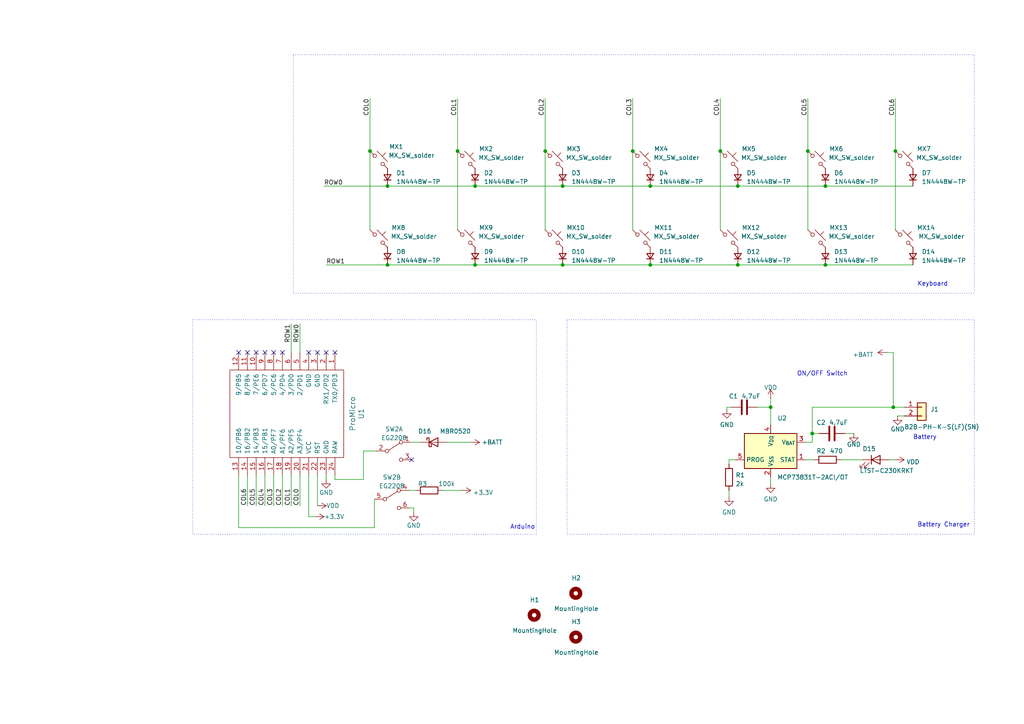
<source format=kicad_sch>
(kicad_sch (version 20230121) (generator eeschema)
  (paper "A4")
  (lib_symbols
    (symbol "Battery_Management:MCP73831-2-OT"
      (property "Reference" "U" (at -7.62 6.35 0))
      (property "Value" "MCP73831-2-OT" (at 1.27 6.35 0))
      (symbol "MCP73831-2-OT_0_1"
        (rectangle (start -7.62 5.08) (end 7.62 -5.08) (stroke (width 0.254)) (fill (type background)))
      )
      (symbol "MCP73831-2-OT_1_1"
        (pin output line (at 10.16 -2.54 180) (length 2.54) (name "STAT") (number "1"))
        (pin power_in line (at 0 -7.62 90) (length 2.54) (name "V_{SS}") (number "2"))
        (pin power_out line (at 10.16 2.54 180) (length 2.54) (name "V_{BAT}") (number "3"))
        (pin power_in line (at 0 7.62 270) (length 2.54) (name "V_{DD}") (number "4"))
        (pin input line (at -10.16 -2.54 0) (length 2.54) (name "PROG") (number "5"))
      )
    )
    (symbol "Connector_Generic:Conn_01x02" (pin_names (offset 1.016) hide)
      (property "Reference" "J" (at 0 2.54 0))
      (property "Value" "Conn_01x02" (at 0 -5.08 0))
      (symbol "Conn_01x02_1_1"
        (rectangle (start -1.27 -2.413) (end 0 -2.667) (stroke (width 0.1524)))
        (rectangle (start -1.27 0.127) (end 0 -0.127) (stroke (width 0.1524)))
        (rectangle (start -1.27 1.27) (end 1.27 -3.81) (stroke (width 0.254)) (fill (type background)))
        (pin passive line (at -5.08 0 0) (length 3.81) (name "Pin_1") (number "1"))
        (pin passive line (at -5.08 -2.54 0) (length 3.81) (name "Pin_2") (number "2"))
      )
    )
    (symbol "Device:C" (pin_numbers hide) (pin_names (offset 0.254))
      (property "Reference" "C" (at 0.635 2.54 0))
      (property "Value" "C" (at 0.635 -2.54 0))
      (symbol "C_0_1"
        (polyline (pts (xy -2.032 -0.762) (xy 2.032 -0.762)) (stroke (width 0.508)))
        (polyline (pts (xy -2.032 0.762) (xy 2.032 0.762)) (stroke (width 0.508)))
      )
      (symbol "C_1_1"
        (pin passive line (at 0 3.81 270) (length 2.794) (name "~") (number "1"))
        (pin passive line (at 0 -3.81 90) (length 2.794) (name "~") (number "2"))
      )
    )
    (symbol "Device:D_Small" (pin_numbers hide) (pin_names (offset 0.254) hide)
      (property "Reference" "D" (at -1.27 2.032 0))
      (property "Value" "D_Small" (at -3.81 -2.032 0))
      (symbol "D_Small_0_1"
        (polyline (pts (xy -0.762 -1.016) (xy -0.762 1.016)) (stroke (width 0.254)))
        (polyline (pts (xy -0.762 0) (xy 0.762 0)))
        (polyline (pts (xy 0.762 -1.016) (xy -0.762 0) (xy 0.762 1.016) (xy 0.762 -1.016)) (stroke (width 0.254)))
      )
      (symbol "D_Small_1_1"
        (pin passive line (at -2.54 0 0) (length 1.778) (name "K") (number "1"))
        (pin passive line (at 2.54 0 180) (length 1.778) (name "A") (number "2"))
      )
    )
    (symbol "Device:LED" (pin_numbers hide) (pin_names (offset 1.016) hide)
      (property "Reference" "D" (at 0 2.54 0))
      (property "Value" "LED" (at 0 -2.54 0))
      (symbol "LED_0_1"
        (polyline (pts (xy -1.27 -1.27) (xy -1.27 1.27)) (stroke (width 0.254)))
        (polyline (pts (xy -1.27 0) (xy 1.27 0)))
        (polyline (pts (xy 1.27 -1.27) (xy 1.27 1.27) (xy -1.27 0) (xy 1.27 -1.27)) (stroke (width 0.254)))
        (polyline (pts (xy -3.048 -0.762) (xy -4.572 -2.286) (xy -3.81 -2.286) (xy -4.572 -2.286) (xy -4.572 -1.524)))
        (polyline (pts (xy -1.778 -0.762) (xy -3.302 -2.286) (xy -2.54 -2.286) (xy -3.302 -2.286) (xy -3.302 -1.524)))
      )
      (symbol "LED_1_1"
        (pin passive line (at -3.81 0 0) (length 2.54) (name "K") (number "1"))
        (pin passive line (at 3.81 0 180) (length 2.54) (name "A") (number "2"))
      )
    )
    (symbol "Device:R" (pin_numbers hide) (pin_names (offset 0))
      (property "Reference" "R" (at 2.032 0 90))
      (property "Value" "R" (at 0 0 90))
      (symbol "R_0_1"
        (rectangle (start -1.016 -2.54) (end 1.016 2.54) (stroke (width 0.254)))
      )
      (symbol "R_1_1"
        (pin passive line (at 0 3.81 270) (length 1.27) (name "~") (number "1"))
        (pin passive line (at 0 -3.81 90) (length 1.27) (name "~") (number "2"))
      )
    )
    (symbol "Diode:MBR0520" (pin_numbers hide) (pin_names (offset 1.016) hide)
      (property "Reference" "D" (at 0 2.54 0))
      (property "Value" "MBR0520" (at 0 -2.54 0))
      (symbol "MBR0520_0_1"
        (polyline (pts (xy 1.27 0) (xy -1.27 0)))
        (polyline (pts (xy 1.27 1.27) (xy 1.27 -1.27) (xy -1.27 0) (xy 1.27 1.27)) (stroke (width 0.254)))
        (polyline (pts (xy -1.905 0.635) (xy -1.905 1.27) (xy -1.27 1.27) (xy -1.27 -1.27) (xy -0.635 -1.27) (xy -0.635 -0.635)) (stroke (width 0.254)))
      )
      (symbol "MBR0520_1_1"
        (pin passive line (at -3.81 0 0) (length 2.54) (name "K") (number "1"))
        (pin passive line (at 3.81 0 180) (length 2.54) (name "A") (number "2"))
      )
    )
    (symbol "Keebio:ProMicro" (pin_names (offset 1.016))
      (property "Reference" "U" (at 0 0 0))
      (property "Value" "ProMicro" (at 0 -19.05 0))
      (symbol "ProMicro_0_1"
        (rectangle (start -12.7 -16.51) (end 12.7 16.51))
      )
      (symbol "ProMicro_1_1"
        (pin input line (at -17.78 13.97 0) (length 5.08) (name "TX0/PD3") (number "1"))
        (pin input line (at -17.78 -8.89 0) (length 5.08) (name "7/PE6") (number "10"))
        (pin input line (at -17.78 -11.43 0) (length 5.08) (name "8/PB4") (number "11"))
        (pin input line (at -17.78 -13.97 0) (length 5.08) (name "9/PB5") (number "12"))
        (pin input line (at 17.78 -13.97 180) (length 5.08) (name "10/PB6") (number "13"))
        (pin input line (at 17.78 -11.43 180) (length 5.08) (name "16/PB2") (number "14"))
        (pin input line (at 17.78 -8.89 180) (length 5.08) (name "14/PB3") (number "15"))
        (pin input line (at 17.78 -6.35 180) (length 5.08) (name "15/PB1") (number "16"))
        (pin input line (at 17.78 -3.81 180) (length 5.08) (name "A0/PF7") (number "17"))
        (pin input line (at 17.78 -1.27 180) (length 5.08) (name "A1/PF6") (number "18"))
        (pin input line (at 17.78 1.27 180) (length 5.08) (name "A2/PF5") (number "19"))
        (pin input line (at -17.78 11.43 0) (length 5.08) (name "RX1/PD2") (number "2"))
        (pin input line (at 17.78 3.81 180) (length 5.08) (name "A3/PF4") (number "20"))
        (pin input line (at 17.78 6.35 180) (length 5.08) (name "VCC") (number "21"))
        (pin input line (at 17.78 8.89 180) (length 5.08) (name "RST") (number "22"))
        (pin input line (at 17.78 11.43 180) (length 5.08) (name "GND") (number "23"))
        (pin input line (at 17.78 13.97 180) (length 5.08) (name "RAW") (number "24"))
        (pin input line (at -17.78 8.89 0) (length 5.08) (name "GND") (number "3"))
        (pin input line (at -17.78 6.35 0) (length 5.08) (name "GND") (number "4"))
        (pin input line (at -17.78 3.81 0) (length 5.08) (name "2/PD1") (number "5"))
        (pin input line (at -17.78 1.27 0) (length 5.08) (name "3/PD0") (number "6"))
        (pin input line (at -17.78 -1.27 0) (length 5.08) (name "4/PD4") (number "7"))
        (pin input line (at -17.78 -3.81 0) (length 5.08) (name "5/PC6") (number "8"))
        (pin input line (at -17.78 -6.35 0) (length 5.08) (name "6/PD7") (number "9"))
      )
    )
    (symbol "Mechanical:MountingHole" (pin_names (offset 1.016))
      (property "Reference" "H" (at 0 5.08 0))
      (property "Value" "MountingHole" (at 0 3.175 0))
      (symbol "MountingHole_0_1"
        (circle (center 0 0) (radius 1.27) (stroke (width 1.27)))
      )
    )
    (symbol "PCM_marbastlib-mx:MX_SW_solder" (pin_numbers hide) (pin_names (offset 1.016) hide)
      (property "Reference" "MX" (at 3.048 1.016 0))
      (property "Value" "MX_SW_solder" (at 0 -3.81 0))
      (symbol "MX_SW_solder_0_1"
        (circle (center -1.1684 1.1684) (radius 0.508))
        (polyline (pts (xy -0.508 2.54) (xy 2.54 -0.508)))
        (polyline (pts (xy 1.016 1.016) (xy 2.032 2.032)))
        (polyline (pts (xy -2.54 2.54) (xy -1.524 1.524) (xy -1.524 1.524)))
        (polyline (pts (xy 1.524 -1.524) (xy 2.54 -2.54) (xy 2.54 -2.54) (xy 2.54 -2.54)))
        (circle (center 1.143 -1.1938) (radius 0.508))
        (pin passive line (at -2.54 2.54 0) (length 0) (name "1") (number "1"))
        (pin passive line (at 2.54 -2.54 180) (length 0) (name "2") (number "2"))
      )
    )
    (symbol "Switch:SW_DPDT_x2" (pin_names (offset 0) hide)
      (property "Reference" "SW" (at 0 4.318 0))
      (property "Value" "SW_DPDT_x2" (at 0 -5.08 0))
      (symbol "SW_DPDT_x2_0_0"
        (circle (center -2.032 0) (radius 0.508))
        (circle (center 2.032 -2.54) (radius 0.508))
      )
      (symbol "SW_DPDT_x2_0_1"
        (polyline (pts (xy -1.524 0.254) (xy 1.651 2.286)))
        (circle (center 2.032 2.54) (radius 0.508))
      )
      (symbol "SW_DPDT_x2_1_1"
        (pin passive line (at 5.08 2.54 180) (length 2.54) (name "A") (number "1"))
        (pin passive line (at -5.08 0 0) (length 2.54) (name "B") (number "2"))
        (pin passive line (at 5.08 -2.54 180) (length 2.54) (name "C") (number "3"))
      )
      (symbol "SW_DPDT_x2_2_1"
        (pin passive line (at 5.08 2.54 180) (length 2.54) (name "A") (number "4"))
        (pin passive line (at -5.08 0 0) (length 2.54) (name "B") (number "5"))
        (pin passive line (at 5.08 -2.54 180) (length 2.54) (name "C") (number "6"))
      )
    )
    (symbol "power:+3.3V" (power) (pin_names (offset 0))
      (property "Value" "+3.3V" (at 0 3.556 0))
      (symbol "+3.3V_0_1"
        (polyline (pts (xy -0.762 1.27) (xy 0 2.54)))
        (polyline (pts (xy 0 0) (xy 0 2.54)))
        (polyline (pts (xy 0 2.54) (xy 0.762 1.27)))
      )
      (symbol "+3.3V_1_1"
        (pin power_in line (at 0 0 90) (length 0) hide (name "+3.3V") (number "1"))
      )
    )
    (symbol "power:+BATT" (power) (pin_names (offset 0))
      (property "Value" "+BATT" (at 0 3.556 0))
      (symbol "+BATT_0_1"
        (polyline (pts (xy -0.762 1.27) (xy 0 2.54)))
        (polyline (pts (xy 0 0) (xy 0 2.54)))
        (polyline (pts (xy 0 2.54) (xy 0.762 1.27)))
      )
      (symbol "+BATT_1_1"
        (pin power_in line (at 0 0 90) (length 0) hide (name "+BATT") (number "1"))
      )
    )
    (symbol "power:GND" (power) (pin_names (offset 0))
      (property "Value" "GND" (at 0 -3.81 0))
      (symbol "GND_0_1"
        (polyline (pts (xy 0 0) (xy 0 -1.27) (xy 1.27 -1.27) (xy 0 -2.54) (xy -1.27 -1.27) (xy 0 -1.27)))
      )
      (symbol "GND_1_1"
        (pin power_in line (at 0 0 270) (length 0) hide (name "GND") (number "1"))
      )
    )
    (symbol "power:VDD" (power) (pin_names (offset 0))
      (property "Value" "VDD" (at 0 3.81 0))
      (symbol "VDD_0_1"
        (polyline (pts (xy -0.762 1.27) (xy 0 2.54)))
        (polyline (pts (xy 0 0) (xy 0 2.54)))
        (polyline (pts (xy 0 2.54) (xy 0.762 1.27)))
      )
      (symbol "VDD_1_1"
        (pin power_in line (at 0 0 90) (length 0) hide (name "VDD") (number "1"))
      )
    )
  )
  (junction (at 223.52 118.11))
  (junction (at 208.915 43.815))
  (junction (at 158.115 43.815))
  (junction (at 183.515 43.815))
  (junction (at 234.315 43.815))
  (junction (at 163.195 76.835))
  (junction (at 239.395 76.835))
  (junction (at 163.195 53.975))
  (junction (at 235.585 125.73))
  (junction (at 107.315 43.815))
  (junction (at 112.395 76.835))
  (junction (at 259.08 118.11))
  (junction (at 239.395 53.975))
  (junction (at 137.795 53.975))
  (junction (at 132.715 43.815))
  (junction (at 213.995 76.835))
  (junction (at 137.795 76.835))
  (junction (at 188.595 53.975))
  (junction (at 188.595 76.835))
  (junction (at 259.715 43.815))
  (junction (at 112.395 53.975))
  (junction (at 213.995 53.975))
  (no_connect (at 92.075 102.235))
  (no_connect (at 71.755 102.235))
  (no_connect (at 94.615 102.235))
  (no_connect (at 81.915 102.235))
  (no_connect (at 79.375 102.235))
  (no_connect (at 119.38 133.35))
  (no_connect (at 69.215 102.235))
  (no_connect (at 76.835 102.235))
  (no_connect (at 97.155 102.235))
  (no_connect (at 74.295 102.235))
  (no_connect (at 89.535 102.235))
  (wire (pts (xy 213.995 53.975) (xy 239.395 53.975)))
  (wire (pts (xy 107.315 43.815) (xy 107.315 66.675)))
  (wire (pts (xy 211.455 142.24) (xy 211.455 144.145)))
  (wire (pts (xy 91.44 149.86) (xy 89.535 149.86)))
  (wire (pts (xy 245.11 125.73) (xy 247.65 125.73)))
  (wire (pts (xy 97.155 139.065) (xy 105.41 139.065)))
  (wire (pts (xy 250.19 133.35) (xy 243.84 133.35)))
  (wire (pts (xy 94.615 137.795) (xy 94.615 139.065)))
  (wire (pts (xy 183.515 28.575) (xy 183.515 43.815)))
  (wire (pts (xy 259.08 102.235) (xy 257.175 102.235)))
  (wire (pts (xy 89.535 149.86) (xy 89.535 137.795)))
  (wire (pts (xy 112.395 76.835) (xy 137.795 76.835)))
  (wire (pts (xy 260.35 120.65) (xy 262.255 120.65)))
  (wire (pts (xy 71.755 137.795) (xy 71.755 146.685)))
  (wire (pts (xy 210.82 118.11) (xy 212.09 118.11)))
  (wire (pts (xy 136.525 128.27) (xy 129.54 128.27)))
  (wire (pts (xy 121.92 128.27) (xy 119.38 128.27)))
  (wire (pts (xy 97.155 139.065) (xy 97.155 137.795)))
  (wire (pts (xy 219.71 118.11) (xy 223.52 118.11)))
  (wire (pts (xy 259.715 133.35) (xy 257.81 133.35)))
  (wire (pts (xy 105.41 130.81) (xy 109.22 130.81)))
  (wire (pts (xy 208.915 43.815) (xy 208.915 66.675)))
  (wire (pts (xy 132.715 28.575) (xy 132.715 43.815)))
  (wire (pts (xy 84.455 137.795) (xy 84.455 146.685)))
  (wire (pts (xy 105.41 139.065) (xy 105.41 130.81)))
  (wire (pts (xy 92.075 137.795) (xy 92.075 146.685)))
  (wire (pts (xy 211.455 133.35) (xy 213.36 133.35)))
  (wire (pts (xy 118.745 147.32) (xy 120.015 147.32)))
  (wire (pts (xy 137.795 76.835) (xy 163.195 76.835)))
  (wire (pts (xy 163.195 76.835) (xy 188.595 76.835)))
  (wire (pts (xy 234.315 43.815) (xy 234.315 66.675)))
  (wire (pts (xy 137.795 53.975) (xy 163.195 53.975)))
  (wire (pts (xy 133.985 142.24) (xy 128.27 142.24)))
  (wire (pts (xy 108.585 153.035) (xy 108.585 144.78)))
  (wire (pts (xy 188.595 76.835) (xy 213.995 76.835)))
  (wire (pts (xy 158.115 43.815) (xy 158.115 66.675)))
  (wire (pts (xy 208.915 28.575) (xy 208.915 43.815)))
  (wire (pts (xy 183.515 43.815) (xy 183.515 66.675)))
  (wire (pts (xy 234.315 28.575) (xy 234.315 43.815)))
  (wire (pts (xy 79.375 137.795) (xy 79.375 146.685)))
  (wire (pts (xy 259.715 28.575) (xy 259.715 43.815)))
  (wire (pts (xy 84.455 93.98) (xy 84.455 102.235)))
  (wire (pts (xy 235.585 125.73) (xy 237.49 125.73)))
  (wire (pts (xy 233.68 128.27) (xy 235.585 128.27)))
  (wire (pts (xy 210.82 118.745) (xy 210.82 118.11)))
  (wire (pts (xy 94.615 76.835) (xy 112.395 76.835)))
  (wire (pts (xy 76.835 137.795) (xy 76.835 146.685)))
  (wire (pts (xy 235.585 118.11) (xy 235.585 125.73)))
  (wire (pts (xy 81.915 137.795) (xy 81.915 146.685)))
  (wire (pts (xy 211.455 134.62) (xy 211.455 133.35)))
  (wire (pts (xy 235.585 118.11) (xy 259.08 118.11)))
  (wire (pts (xy 235.585 128.27) (xy 235.585 125.73)))
  (wire (pts (xy 86.995 137.795) (xy 86.995 146.685)))
  (wire (pts (xy 74.295 137.795) (xy 74.295 146.685)))
  (wire (pts (xy 259.715 43.815) (xy 259.715 66.675)))
  (wire (pts (xy 259.08 118.11) (xy 262.255 118.11)))
  (wire (pts (xy 112.395 53.975) (xy 137.795 53.975)))
  (wire (pts (xy 132.715 43.815) (xy 132.715 66.675)))
  (wire (pts (xy 239.395 76.835) (xy 264.795 76.835)))
  (wire (pts (xy 236.22 133.35) (xy 233.68 133.35)))
  (wire (pts (xy 107.315 28.575) (xy 107.315 43.815)))
  (wire (pts (xy 69.215 153.035) (xy 108.585 153.035)))
  (wire (pts (xy 120.015 147.32) (xy 120.015 148.59)))
  (wire (pts (xy 213.995 76.835) (xy 239.395 76.835)))
  (wire (pts (xy 223.52 118.11) (xy 223.52 123.19)))
  (wire (pts (xy 223.52 115.57) (xy 223.52 118.11)))
  (wire (pts (xy 239.395 53.975) (xy 264.795 53.975)))
  (wire (pts (xy 69.215 137.795) (xy 69.215 153.035)))
  (wire (pts (xy 188.595 53.975) (xy 213.995 53.975)))
  (wire (pts (xy 93.98 53.975) (xy 112.395 53.975)))
  (wire (pts (xy 259.08 102.235) (xy 259.08 118.11)))
  (wire (pts (xy 163.195 53.975) (xy 188.595 53.975)))
  (wire (pts (xy 118.745 142.24) (xy 120.65 142.24)))
  (wire (pts (xy 158.115 28.575) (xy 158.115 43.815)))
  (wire (pts (xy 223.52 140.335) (xy 223.52 138.43)))
  (wire (pts (xy 86.995 93.98) (xy 86.995 102.235)))
  (rectangle (start 85.09 15.875) (end 282.575 85.09) (stroke (width 0) (type dot)))
  (rectangle (start 164.465 92.71) (end 282.575 154.94) (stroke (width 0) (type dot)))
  (rectangle (start 55.88 92.71) (end 155.575 154.94) (stroke (width 0) (type dot)))
  (text "Battery" (at 264.795 127.635 0) (effects (font (size 1.27 1.27)) (justify left bottom)))
  (text "Keyboard" (at 266.065 83.185 0) (effects (font (size 1.27 1.27)) (justify left bottom)))
  (text "Battery Charger" (at 266.065 153.035 0) (effects (font (size 1.27 1.27)) (justify left bottom)))
  (text "Arduino" (at 147.955 153.67 0) (effects (font (size 1.27 1.27)) (justify left bottom)))
  (text "ON/OFF Switch" (at 231.14 109.22 0) (effects (font (size 1.27 1.27)) (justify left bottom)))
  (label "COL1" (at 132.715 28.575 270))
  (label "COL0" (at 107.315 28.575 270))
  (label "COL2" (at 81.915 146.685 90))
  (label "ROW1" (at 84.455 93.98 270))
  (label "COL3" (at 183.515 28.575 270))
  (label "COL2" (at 158.115 28.575 270))
  (label "COL3" (at 79.375 146.685 90))
  (label "COL5" (at 74.295 146.685 90))
  (label "COL1" (at 84.455 146.685 90))
  (label "ROW0" (at 86.995 93.98 270))
  (label "COL5" (at 234.315 28.575 270))
  (label "COL6" (at 71.755 146.685 90))
  (label "COL0" (at 86.995 146.685 90))
  (label "ROW0" (at 93.98 53.975 0))
  (label "COL4" (at 76.835 146.685 90))
  (label "COL4" (at 208.915 28.575 270))
  (label "ROW1" (at 94.615 76.835 0))
  (label "COL6" (at 259.715 28.575 270))
  (symbol (lib_id "Battery_Management:MCP73831-2-OT") (at 223.52 130.81 0) (unit 1)
    (property "Reference" "U2" (at 225.4759 121.285 0) (effects (justify left)))
    (property "Value" "MCP73831T-2ACI/OT" (at 225.425 138.43 0) (effects (justify left)))
    (property "Footprint" "Package_TO_SOT_SMD:SOT-23-5" (effects hide))
    (property "Datasheet" "http://ww1.microchip.com/downloads/en/DeviceDoc/20001984g.pdf" (effects hide))
    (property "Digikey PN" "MCP73831T-2ACI/OTCT-ND" (effects hide))
    (property "PN" "MCP73831T-2ACI/OT" (effects hide))
    (property "MPN" "MCP73831T-2ACI/OT" (effects hide))
  )
  (symbol (lib_id "Device:C") (at 215.9 118.11 90) (unit 1)
    (property "Reference" "C1" (at 212.725 114.935 90))
    (property "Value" "4.7uF" (at 217.805 114.935 90))
    (property "Footprint" "Capacitor_SMD:C_0805_2012Metric" (effects hide))
    (property "Digikey PN" "311-1371-1-ND" (effects hide))
    (property "PN" "CC0805ZRY5V6BB475" (effects hide))
    (property "MPN" "CC0805ZRY5V6BB475" (effects hide))
  )
  (symbol (lib_id "Device:D_Small") (at 188.595 51.435 90) (unit 1)
    (property "Reference" "D4" (at 191.135 50.165 90) (effects (justify right)))
    (property "Value" "1N4448W-TP" (at 191.135 52.705 90) (effects (justify right)))
    (property "Footprint" "Diode_SMD:D_SOD-123" (effects hide))
    (property "Sim.Device" "D" (effects hide))
    (property "Sim.Pins" "1=K 2=A" (effects hide))
    (property "Digikey PN" "1N4448WTPMSCT-ND" (effects hide))
    (property "PN" "1N4448W-TP" (effects hide))
    (property "MPN" "1N4448W-TP" (effects hide))
  )
  (symbol (lib_id "PCM_marbastlib-mx:MX_SW_solder") (at 236.855 46.355 0) (unit 1)
    (property "Reference" "MX6" (at 242.57 43.18 0))
    (property "Value" "MX_SW_solder" (at 247.015 45.72 0))
    (property "Footprint" "Hitbox_PCB:Kailh_socket_MX_optional" (effects hide))
  )
  (symbol (lib_id "power:+BATT") (at 257.175 102.235 90) (unit 1)
    (property "Reference" "#PWR02" (effects hide))
    (property "Value" "+BATT" (at 253.365 102.87 90) (effects (justify left)))
  )
  (symbol (lib_id "PCM_marbastlib-mx:MX_SW_solder") (at 211.455 46.355 0) (unit 1)
    (property "Reference" "MX5" (at 217.17 43.18 0))
    (property "Value" "MX_SW_solder" (at 221.615 45.72 0))
    (property "Footprint" "Hitbox_PCB:Kailh_socket_MX_optional" (effects hide))
  )
  (symbol (lib_id "Keebio:ProMicro") (at 83.185 120.015 270) (unit 1)
    (property "Reference" "U1" (at 104.775 120.015 0) (effects (font (size 1.524 1.524))))
    (property "Value" "ProMicro" (at 102.235 120.015 0) (effects (font (size 1.524 1.524))))
    (property "Footprint" "Keebio:ArduinoProMicro" (effects hide))
  )
  (symbol (lib_id "PCM_marbastlib-mx:MX_SW_solder") (at 262.255 69.215 0) (unit 1)
    (property "Reference" "MX14" (at 268.605 66.04 0))
    (property "Value" "MX_SW_solder" (at 273.05 68.58 0))
    (property "Footprint" "Hitbox_PCB:Kailh_socket_MX_optional" (effects hide))
  )
  (symbol (lib_id "Device:R") (at 240.03 133.35 90) (unit 1)
    (property "Reference" "R2" (at 238.125 130.81 90))
    (property "Value" "470" (at 242.57 130.81 90))
    (property "Footprint" "Resistor_SMD:R_0805_2012Metric" (effects hide))
    (property "Digikey PN" "311-470ARCT-ND" (effects hide))
    (property "PN" "RC0805JR-07470RL" (effects hide))
    (property "MPN" "RC0805JR-07470RL" (effects hide))
  )
  (symbol (lib_id "PCM_marbastlib-mx:MX_SW_solder") (at 109.855 46.355 0) (unit 1)
    (property "Reference" "MX1" (at 114.935 42.545 0))
    (property "Value" "MX_SW_solder" (at 119.38 45.085 0))
    (property "Footprint" "Hitbox_PCB:Kailh_socket_MX_optional" (effects hide))
  )
  (symbol (lib_id "Device:D_Small") (at 264.795 74.295 90) (unit 1)
    (property "Reference" "D14" (at 267.335 73.025 90) (effects (justify right)))
    (property "Value" "1N4448W-TP" (at 267.335 75.565 90) (effects (justify right)))
    (property "Footprint" "Diode_SMD:D_SOD-123" (effects hide))
    (property "Sim.Device" "D" (effects hide))
    (property "Sim.Pins" "1=K 2=A" (effects hide))
    (property "Digikey PN" "1N4448WTPMSCT-ND" (effects hide))
    (property "PN" "1N4448W-TP" (effects hide))
    (property "MPN" "1N4448W-TP" (effects hide))
  )
  (symbol (lib_id "Device:R") (at 124.46 142.24 90) (unit 1)
    (property "Reference" "R3" (at 122.555 140.335 90))
    (property "Value" "100k" (at 129.54 140.335 90))
    (property "Footprint" "Resistor_SMD:R_0805_2012Metric" (effects hide))
    (property "Digikey PN" "311-100KARCT-ND" (effects hide))
    (property "PN" "RC0805JR-07100KL" (effects hide))
    (property "MPN" "RC0805JR-07100KL" (effects hide))
  )
  (symbol (lib_id "PCM_marbastlib-mx:MX_SW_solder") (at 262.255 46.355 0) (unit 1)
    (property "Reference" "MX7" (at 267.97 43.18 0))
    (property "Value" "MX_SW_solder" (at 272.415 45.72 0))
    (property "Footprint" "Hitbox_PCB:Kailh_socket_MX_optional" (effects hide))
  )
  (symbol (lib_id "Switch:SW_DPDT_x2") (at 114.3 130.81 0) (unit 1)
    (property "Reference" "SW2" (at 114.3 124.46 0))
    (property "Value" "EG2208" (at 114.3 127 0))
    (property "Footprint" "Hitbox_PCB:SW_EG2208" (effects hide))
  )
  (symbol (lib_id "Switch:SW_DPDT_x2") (at 113.665 144.78 0) (unit 2)
    (property "Reference" "SW2" (at 113.665 138.43 0))
    (property "Value" "EG2208" (at 113.665 140.97 0))
    (property "Footprint" "Hitbox_PCB:SW_EG2208" (effects hide))
  )
  (symbol (lib_id "power:GND") (at 211.455 144.145 0) (unit 1)
    (property "Reference" "#PWR04" (effects hide))
    (property "Value" "GND" (at 211.455 148.59 0))
  )
  (symbol (lib_id "Device:D_Small") (at 188.595 74.295 90) (unit 1)
    (property "Reference" "D11" (at 191.135 73.025 90) (effects (justify right)))
    (property "Value" "1N4448W-TP" (at 191.135 75.565 90) (effects (justify right)))
    (property "Footprint" "Diode_SMD:D_SOD-123" (effects hide))
    (property "Sim.Device" "D" (effects hide))
    (property "Sim.Pins" "1=K 2=A" (effects hide))
    (property "Digikey PN" "1N4448WTPMSCT-ND" (effects hide))
    (property "PN" "1N4448W-TP" (effects hide))
    (property "MPN" "1N4448W-TP" (effects hide))
  )
  (symbol (lib_id "Device:D_Small") (at 163.195 74.295 90) (unit 1)
    (property "Reference" "D10" (at 165.735 73.025 90) (effects (justify right)))
    (property "Value" "1N4448W-TP" (at 165.735 75.565 90) (effects (justify right)))
    (property "Footprint" "Diode_SMD:D_SOD-123" (effects hide))
    (property "Sim.Device" "D" (effects hide))
    (property "Sim.Pins" "1=K 2=A" (effects hide))
    (property "Digikey PN" "1N4448WTPMSCT-ND" (effects hide))
    (property "PN" "1N4448W-TP" (effects hide))
    (property "MPN" "1N4448W-TP" (effects hide))
  )
  (symbol (lib_id "Device:C") (at 241.3 125.73 90) (unit 1)
    (property "Reference" "C2" (at 238.125 122.555 90))
    (property "Value" "4.7uF" (at 243.205 122.555 90))
    (property "Footprint" "Capacitor_SMD:C_0805_2012Metric" (effects hide))
    (property "Digikey PN" "311-1371-1-ND" (effects hide))
    (property "PN" "CC0805ZRY5V6BB475" (effects hide))
    (property "MPN" "CC0805ZRY5V6BB475" (effects hide))
  )
  (symbol (lib_id "Device:D_Small") (at 163.195 51.435 90) (unit 1)
    (property "Reference" "D3" (at 165.735 50.165 90) (effects (justify right)))
    (property "Value" "1N4448W-TP" (at 165.735 52.705 90) (effects (justify right)))
    (property "Footprint" "Diode_SMD:D_SOD-123" (effects hide))
    (property "Sim.Device" "D" (effects hide))
    (property "Sim.Pins" "1=K 2=A" (effects hide))
    (property "Digikey PN" "1N4448WTPMSCT-ND" (effects hide))
    (property "PN" "1N4448W-TP" (effects hide))
    (property "MPN" "1N4448W-TP" (effects hide))
  )
  (symbol (lib_id "PCM_marbastlib-mx:MX_SW_solder") (at 160.655 69.215 0) (unit 1)
    (property "Reference" "MX10" (at 167.005 66.04 0))
    (property "Value" "MX_SW_solder" (at 170.815 68.58 0))
    (property "Footprint" "Hitbox_PCB:Kailh_socket_MX_optional" (effects hide))
  )
  (symbol (lib_id "Device:D_Small") (at 112.395 74.295 90) (unit 1)
    (property "Reference" "D8" (at 114.935 73.025 90) (effects (justify right)))
    (property "Value" "1N4448W-TP" (at 114.935 75.565 90) (effects (justify right)))
    (property "Footprint" "Diode_SMD:D_SOD-123" (effects hide))
    (property "Sim.Device" "D" (effects hide))
    (property "Sim.Pins" "1=K 2=A" (effects hide))
    (property "Digikey PN" "1N4448WTPMSCT-ND" (effects hide))
    (property "MPN" "1N4448W-TP" (effects hide))
    (property "PN" "1N4448W-TP" (effects hide))
  )
  (symbol (lib_id "Mechanical:MountingHole") (at 167.005 184.785 0) (unit 1)
    (property "Reference" "H3" (at 165.735 180.34 0) (effects (justify left)))
    (property "Value" "MountingHole" (at 160.655 189.23 0) (effects (justify left)))
    (property "Footprint" "MountingHole:MountingHole_4.3mm_M4" (effects hide))
  )
  (symbol (lib_id "PCM_marbastlib-mx:MX_SW_solder") (at 135.255 69.215 0) (unit 1)
    (property "Reference" "MX9" (at 140.97 66.04 0))
    (property "Value" "MX_SW_solder" (at 145.415 68.58 0))
    (property "Footprint" "Hitbox_PCB:Kailh_socket_MX_optional" (effects hide))
  )
  (symbol (lib_id "power:GND") (at 120.015 148.59 0) (unit 1)
    (property "Reference" "#PWR011" (effects hide))
    (property "Value" "GND" (at 120.015 152.4 0))
  )
  (symbol (lib_id "Device:R") (at 211.455 138.43 0) (unit 1)
    (property "Reference" "R1" (at 213.36 137.795 0) (effects (justify left)))
    (property "Value" "2k" (at 213.36 140.335 0) (effects (justify left)))
    (property "Footprint" "Resistor_SMD:R_0805_2012Metric" (effects hide))
    (property "Digikey PN" "311-2.0KARCT-ND" (effects hide))
    (property "PN" "RC0805JR-072KL" (effects hide))
    (property "MPN" "RC0805JR-072KL" (effects hide))
  )
  (symbol (lib_id "power:GND") (at 247.65 125.73 0) (unit 1)
    (property "Reference" "#PWR07" (effects hide))
    (property "Value" "GND" (at 247.65 128.905 0))
  )
  (symbol (lib_id "PCM_marbastlib-mx:MX_SW_solder") (at 211.455 69.215 0) (unit 1)
    (property "Reference" "MX12" (at 217.805 66.04 0))
    (property "Value" "MX_SW_solder" (at 221.615 68.58 0))
    (property "Footprint" "Hitbox_PCB:Kailh_socket_MX_optional" (effects hide))
  )
  (symbol (lib_id "power:GND") (at 210.82 118.745 0) (unit 1)
    (property "Reference" "#PWR06" (effects hide))
    (property "Value" "GND" (at 210.82 123.19 0))
  )
  (symbol (lib_id "PCM_marbastlib-mx:MX_SW_solder") (at 236.855 69.215 0) (unit 1)
    (property "Reference" "MX13" (at 243.205 66.04 0))
    (property "Value" "MX_SW_solder" (at 247.015 68.58 0))
    (property "Footprint" "Hitbox_PCB:Kailh_socket_MX_optional" (effects hide))
  )
  (symbol (lib_id "Device:D_Small") (at 213.995 51.435 90) (unit 1)
    (property "Reference" "D5" (at 216.535 50.165 90) (effects (justify right)))
    (property "Value" "1N4448W-TP" (at 216.535 52.705 90) (effects (justify right)))
    (property "Footprint" "Diode_SMD:D_SOD-123" (effects hide))
    (property "Sim.Device" "D" (effects hide))
    (property "Sim.Pins" "1=K 2=A" (effects hide))
    (property "Digikey PN" "1N4448WTPMSCT-ND" (effects hide))
    (property "PN" "1N4448W-TP" (effects hide))
    (property "MPN" "1N4448W-TP" (effects hide))
  )
  (symbol (lib_id "PCM_marbastlib-mx:MX_SW_solder") (at 160.655 46.355 0) (unit 1)
    (property "Reference" "MX3" (at 166.37 43.18 0))
    (property "Value" "MX_SW_solder" (at 170.815 45.72 0))
    (property "Footprint" "Hitbox_PCB:Kailh_socket_MX_optional" (effects hide))
  )
  (symbol (lib_id "power:VDD") (at 223.52 115.57 0) (unit 1)
    (property "Reference" "#PWR05" (effects hide))
    (property "Value" "VDD" (at 223.52 112.395 0))
  )
  (symbol (lib_id "power:+3.3V") (at 91.44 149.86 270) (unit 1)
    (property "Reference" "#PWR013" (effects hide))
    (property "Value" "+3.3V" (at 93.98 149.86 90) (effects (justify left)))
  )
  (symbol (lib_id "Device:D_Small") (at 213.995 74.295 90) (unit 1)
    (property "Reference" "D12" (at 216.535 73.025 90) (effects (justify right)))
    (property "Value" "1N4448W-TP" (at 216.535 75.565 90) (effects (justify right)))
    (property "Footprint" "Diode_SMD:D_SOD-123" (effects hide))
    (property "Sim.Device" "D" (effects hide))
    (property "Sim.Pins" "1=K 2=A" (effects hide))
    (property "Digikey PN" "1N4448WTPMSCT-ND" (effects hide))
    (property "PN" "1N4448W-TP" (effects hide))
    (property "MPN" "1N4448W-TP" (effects hide))
  )
  (symbol (lib_id "power:VDD") (at 92.075 146.685 270) (unit 1)
    (property "Reference" "#PWR014" (effects hide))
    (property "Value" "VDD" (at 94.615 146.685 90) (effects (justify left)))
  )
  (symbol (lib_id "Device:D_Small") (at 137.795 74.295 90) (unit 1)
    (property "Reference" "D9" (at 140.335 73.025 90) (effects (justify right)))
    (property "Value" "1N4448W-TP" (at 140.335 75.565 90) (effects (justify right)))
    (property "Footprint" "Diode_SMD:D_SOD-123" (effects hide))
    (property "Sim.Device" "D" (effects hide))
    (property "Sim.Pins" "1=K 2=A" (effects hide))
    (property "Digikey PN" "1N4448WTPMSCT-ND" (effects hide))
    (property "PN" "1N4448W-TP" (effects hide))
    (property "MPN" "1N4448W-TP" (effects hide))
  )
  (symbol (lib_id "Device:D_Small") (at 112.395 51.435 90) (unit 1)
    (property "Reference" "D1" (at 114.935 50.165 90) (effects (justify right)))
    (property "Value" "1N4448W-TP" (at 114.935 52.705 90) (effects (justify right)))
    (property "Footprint" "Diode_SMD:D_SOD-123" (effects hide))
    (property "Sim.Device" "D" (effects hide))
    (property "Sim.Pins" "1=K 2=A" (effects hide))
    (property "Digikey PN" "1N4448WTPMSCT-ND" (effects hide))
    (property "PN" "1N4448W-TP" (effects hide))
    (property "MPN" "1N4448W-TP" (effects hide))
  )
  (symbol (lib_id "power:+BATT") (at 136.525 128.27 270) (unit 1)
    (property "Reference" "#PWR09" (effects hide))
    (property "Value" "+BATT" (at 139.7 128.27 90) (effects (justify left)))
  )
  (symbol (lib_id "power:+3.3V") (at 133.985 142.24 270) (unit 1)
    (property "Reference" "#PWR010" (effects hide))
    (property "Value" "+3.3V" (at 137.16 142.875 90) (effects (justify left)))
  )
  (symbol (lib_id "Device:LED") (at 254 133.35 0) (unit 1)
    (property "Reference" "D15" (at 252.095 130.175 0))
    (property "Value" "LTST-C230KRKT" (at 257.175 136.525 0))
    (property "Footprint" "LED_SMD:LED_1206_3216Metric" (effects hide))
    (property "Digikey PN" "160-1457-1-ND" (effects hide))
    (property "PN" "LTST-C230KRKT" (effects hide))
    (property "MPN" "LTST-C230KRKT" (effects hide))
  )
  (symbol (lib_id "Device:D_Small") (at 137.795 51.435 90) (unit 1)
    (property "Reference" "D2" (at 140.335 50.165 90) (effects (justify right)))
    (property "Value" "1N4448W-TP" (at 140.335 52.705 90) (effects (justify right)))
    (property "Footprint" "Diode_SMD:D_SOD-123" (effects hide))
    (property "Sim.Device" "D" (effects hide))
    (property "Sim.Pins" "1=K 2=A" (effects hide))
    (property "Digikey PN" "1N4448WTPMSCT-ND" (effects hide))
    (property "PN" "1N4448W-TP" (effects hide))
    (property "MPN" "1N4448W-TP" (effects hide))
  )
  (symbol (lib_id "PCM_marbastlib-mx:MX_SW_solder") (at 135.255 46.355 0) (unit 1)
    (property "Reference" "MX2" (at 140.97 43.18 0))
    (property "Value" "MX_SW_solder" (at 145.415 45.72 0))
    (property "Footprint" "Hitbox_PCB:Kailh_socket_MX_optional" (effects hide))
  )
  (symbol (lib_id "power:GND") (at 94.615 139.065 0) (unit 1)
    (property "Reference" "#PWR012" (effects hide))
    (property "Value" "GND" (at 94.615 142.875 0))
  )
  (symbol (lib_id "PCM_marbastlib-mx:MX_SW_solder") (at 109.855 69.215 0) (unit 1)
    (property "Reference" "MX8" (at 115.57 66.04 0))
    (property "Value" "MX_SW_solder" (at 120.015 68.58 0))
    (property "Footprint" "Hitbox_PCB:Kailh_socket_MX_optional" (effects hide))
  )
  (symbol (lib_id "Device:D_Small") (at 239.395 74.295 90) (unit 1)
    (property "Reference" "D13" (at 241.935 73.025 90) (effects (justify right)))
    (property "Value" "1N4448W-TP" (at 241.935 75.565 90) (effects (justify right)))
    (property "Footprint" "Diode_SMD:D_SOD-123" (effects hide))
    (property "Sim.Device" "D" (effects hide))
    (property "Sim.Pins" "1=K 2=A" (effects hide))
    (property "Digikey PN" "1N4448WTPMSCT-ND" (effects hide))
    (property "PN" "1N4448W-TP" (effects hide))
    (property "MPN" "1N4448W-TP" (effects hide))
  )
  (symbol (lib_id "power:VDD") (at 259.715 133.35 270) (unit 1)
    (property "Reference" "#PWR08" (effects hide))
    (property "Value" "VDD" (at 262.89 133.985 90) (effects (justify left)))
  )
  (symbol (lib_id "PCM_marbastlib-mx:MX_SW_solder") (at 186.055 69.215 0) (unit 1)
    (property "Reference" "MX11" (at 192.405 66.04 0))
    (property "Value" "MX_SW_solder" (at 196.215 68.58 0))
    (property "Footprint" "Hitbox_PCB:Kailh_socket_MX_optional" (effects hide))
  )
  (symbol (lib_id "Device:D_Small") (at 264.795 51.435 90) (unit 1)
    (property "Reference" "D7" (at 267.335 50.165 90) (effects (justify right)))
    (property "Value" "1N4448W-TP" (at 267.335 52.705 90) (effects (justify right)))
    (property "Footprint" "Diode_SMD:D_SOD-123" (effects hide))
    (property "Sim.Device" "D" (effects hide))
    (property "Sim.Pins" "1=K 2=A" (effects hide))
    (property "Digikey PN" "1N4448WTPMSCT-ND" (effects hide))
    (property "PN" "1N4448W-TP" (effects hide))
    (property "MPN" "1N4448W-TP" (effects hide))
  )
  (symbol (lib_id "power:GND") (at 260.35 120.65 0) (unit 1)
    (property "Reference" "#PWR03" (effects hide))
    (property "Value" "GND" (at 260.35 124.46 0))
  )
  (symbol (lib_id "PCM_marbastlib-mx:MX_SW_solder") (at 186.055 46.355 0) (unit 1)
    (property "Reference" "MX4" (at 191.77 43.18 0))
    (property "Value" "MX_SW_solder" (at 196.215 45.72 0))
    (property "Footprint" "Hitbox_PCB:Kailh_socket_MX_optional" (effects hide))
  )
  (symbol (lib_id "Connector_Generic:Conn_01x02") (at 267.335 118.11 0) (unit 1)
    (property "Reference" "J1" (at 269.875 118.745 0) (effects (justify left)))
    (property "Value" "B2B-PH-K-S(LF)(SN)" (at 262.255 123.825 0) (effects (justify left)))
    (property "Footprint" "Connector_JST:JST_PH_B2B-PH-K_1x02_P2.00mm_Vertical" (effects hide))
    (property "Digikey PN" "455-1704-ND" (effects hide))
    (property "PN" "B2B-PH-K-S(LF)(SN)" (effects hide))
    (property "MPN" "B2B-PH-K-S(LF)(SN)" (effects hide))
  )
  (symbol (lib_id "power:GND") (at 223.52 140.335 0) (unit 1)
    (property "Reference" "#PWR01" (effects hide))
    (property "Value" "GND" (at 223.52 144.78 0))
  )
  (symbol (lib_id "Mechanical:MountingHole") (at 167.005 172.085 0) (unit 1)
    (property "Reference" "H2" (at 165.735 167.64 0) (effects (justify left)))
    (property "Value" "MountingHole" (at 160.655 176.53 0) (effects (justify left)))
    (property "Footprint" "MountingHole:MountingHole_4.3mm_M4" (effects hide))
  )
  (symbol (lib_id "Diode:MBR0520") (at 125.73 128.27 0) (unit 1)
    (property "Reference" "D16" (at 123.19 125.095 0))
    (property "Value" "MBR0520" (at 132.08 125.095 0))
    (property "Footprint" "Diode_SMD:D_SOD-123" (effects hide))
    (property "Datasheet" "http://www.mccsemi.com/up_pdf/MBR0520~MBR0580(SOD123).pdf" (effects hide))
    (property "Digikey PN" "3191-MBR0520CT-ND" (effects hide))
    (property "PN" "MBR0520" (effects hide))
    (property "MPN" "MBR0520" (effects hide))
  )
  (symbol (lib_id "Mechanical:MountingHole") (at 154.94 178.435 0) (unit 1)
    (property "Reference" "H1" (at 153.67 173.99 0) (effects (justify left)))
    (property "Value" "MountingHole" (at 148.59 182.88 0) (effects (justify left)))
    (property "Footprint" "MountingHole:MountingHole_4.3mm_M4" (effects hide))
  )
  (symbol (lib_id "Device:D_Small") (at 239.395 51.435 90) (unit 1)
    (property "Reference" "D6" (at 241.935 50.165 90) (effects (justify right)))
    (property "Value" "1N4448W-TP" (at 241.935 52.705 90) (effects (justify right)))
    (property "Footprint" "Diode_SMD:D_SOD-123" (effects hide))
    (property "Sim.Device" "D" (effects hide))
    (property "Sim.Pins" "1=K 2=A" (effects hide))
    (property "Digikey PN" "1N4448WTPMSCT-ND" (effects hide))
    (property "PN" "1N4448W-TP" (effects hide))
    (property "MPN" "1N4448W-TP" (effects hide))
  )
)
</source>
